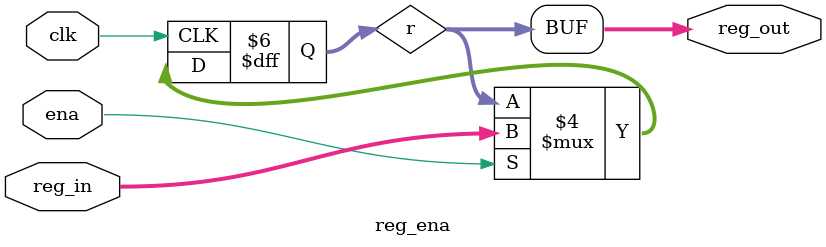
<source format=sv>

module reg_ena #(parameter DATA_WIDTH=18) 
						(input clk,
						input ena,
				     input [DATA_WIDTH-1:0] reg_in, 
				     output [DATA_WIDTH-1:0] reg_out);
		

logic [DATA_WIDTH-1:0] r;

assign reg_out = r;


		
always @(posedge clk) begin

	if (ena == 1) begin
		r <= reg_in;
	end
	else begin
		r <= r;
	end

		
end
		
		
endmodule

</source>
